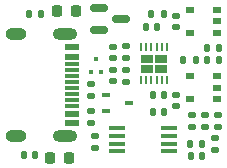
<source format=gbr>
%TF.GenerationSoftware,KiCad,Pcbnew,7.0.8-7.0.8~ubuntu22.04.1*%
%TF.CreationDate,2023-10-30T09:28:09+01:00*%
%TF.ProjectId,usb2serial-autovtg,75736232-7365-4726-9961-6c2d6175746f,rev?*%
%TF.SameCoordinates,Original*%
%TF.FileFunction,Paste,Top*%
%TF.FilePolarity,Positive*%
%FSLAX46Y46*%
G04 Gerber Fmt 4.6, Leading zero omitted, Abs format (unit mm)*
G04 Created by KiCad (PCBNEW 7.0.8-7.0.8~ubuntu22.04.1) date 2023-10-30 09:28:09*
%MOMM*%
%LPD*%
G01*
G04 APERTURE LIST*
G04 Aperture macros list*
%AMRoundRect*
0 Rectangle with rounded corners*
0 $1 Rounding radius*
0 $2 $3 $4 $5 $6 $7 $8 $9 X,Y pos of 4 corners*
0 Add a 4 corners polygon primitive as box body*
4,1,4,$2,$3,$4,$5,$6,$7,$8,$9,$2,$3,0*
0 Add four circle primitives for the rounded corners*
1,1,$1+$1,$2,$3*
1,1,$1+$1,$4,$5*
1,1,$1+$1,$6,$7*
1,1,$1+$1,$8,$9*
0 Add four rect primitives between the rounded corners*
20,1,$1+$1,$2,$3,$4,$5,0*
20,1,$1+$1,$4,$5,$6,$7,0*
20,1,$1+$1,$6,$7,$8,$9,0*
20,1,$1+$1,$8,$9,$2,$3,0*%
G04 Aperture macros list end*
%ADD10RoundRect,0.140000X0.170000X-0.140000X0.170000X0.140000X-0.170000X0.140000X-0.170000X-0.140000X0*%
%ADD11RoundRect,0.140000X-0.170000X0.140000X-0.170000X-0.140000X0.170000X-0.140000X0.170000X0.140000X0*%
%ADD12RoundRect,0.140000X0.140000X0.170000X-0.140000X0.170000X-0.140000X-0.170000X0.140000X-0.170000X0*%
%ADD13RoundRect,0.140000X-0.140000X-0.170000X0.140000X-0.170000X0.140000X0.170000X-0.140000X0.170000X0*%
%ADD14RoundRect,0.218750X-0.218750X-0.256250X0.218750X-0.256250X0.218750X0.256250X-0.218750X0.256250X0*%
%ADD15RoundRect,0.135000X0.185000X-0.135000X0.185000X0.135000X-0.185000X0.135000X-0.185000X-0.135000X0*%
%ADD16RoundRect,0.135000X-0.185000X0.135000X-0.185000X-0.135000X0.185000X-0.135000X0.185000X0.135000X0*%
%ADD17RoundRect,0.135000X0.135000X0.185000X-0.135000X0.185000X-0.135000X-0.185000X0.135000X-0.185000X0*%
%ADD18R,1.000000X0.640000*%
%ADD19R,0.250000X0.700000*%
%ADD20R,0.700000X0.510000*%
%ADD21RoundRect,0.135000X-0.135000X-0.185000X0.135000X-0.185000X0.135000X0.185000X-0.135000X0.185000X0*%
%ADD22RoundRect,0.150000X-0.587500X-0.150000X0.587500X-0.150000X0.587500X0.150000X-0.587500X0.150000X0*%
%ADD23RoundRect,0.218750X0.218750X0.256250X-0.218750X0.256250X-0.218750X-0.256250X0.218750X-0.256250X0*%
%ADD24R,0.400000X0.450000*%
%ADD25R,0.700000X0.450000*%
%ADD26R,1.150000X0.600000*%
%ADD27R,1.150000X0.300000*%
%ADD28O,2.100000X1.000000*%
%ADD29O,1.800000X1.000000*%
%ADD30R,1.450000X0.450000*%
G04 APERTURE END LIST*
D10*
X144800000Y-74700000D03*
X144800000Y-73740000D03*
D11*
X144800000Y-75720000D03*
X144800000Y-76680000D03*
D12*
X148580000Y-72100000D03*
X147620000Y-72100000D03*
D13*
X148220000Y-77800000D03*
X149180000Y-77800000D03*
D14*
X140125000Y-70700000D03*
X141700000Y-70700000D03*
D15*
X145900000Y-76720000D03*
X145900000Y-75700000D03*
D16*
X145900000Y-73680000D03*
X145900000Y-74700000D03*
D17*
X151820000Y-74900000D03*
X150800000Y-74900000D03*
D18*
X147705000Y-75615000D03*
X148895000Y-75615000D03*
X147705000Y-74785000D03*
X148895000Y-74785000D03*
D19*
X147175000Y-76600000D03*
X147625000Y-76600000D03*
X148075000Y-76600000D03*
X148525000Y-76600000D03*
X148975000Y-76600000D03*
X149425000Y-76600000D03*
X149425000Y-73800000D03*
X148975000Y-73800000D03*
X148525000Y-73800000D03*
X148075000Y-73800000D03*
X147625000Y-73800000D03*
X147175000Y-73800000D03*
D20*
X153660000Y-72550000D03*
X153660000Y-71600000D03*
X153660000Y-70650000D03*
X151340000Y-70650000D03*
X151340000Y-72550000D03*
D17*
X153800000Y-73850000D03*
X152780000Y-73850000D03*
X149110000Y-71000000D03*
X148090000Y-71000000D03*
D16*
X143000000Y-79190000D03*
X143000000Y-80210000D03*
D21*
X151390000Y-82000000D03*
X152410000Y-82000000D03*
D15*
X151500000Y-80510000D03*
X151500000Y-79490000D03*
D16*
X153500000Y-81490000D03*
X153500000Y-82510000D03*
D17*
X153800000Y-74900000D03*
X152780000Y-74900000D03*
D22*
X143625000Y-70450000D03*
X143625000Y-72350000D03*
X145500000Y-71400000D03*
D21*
X137690000Y-71000000D03*
X138710000Y-71000000D03*
D13*
X151440000Y-83000000D03*
X152400000Y-83000000D03*
D12*
X149160000Y-79300000D03*
X148200000Y-79300000D03*
D23*
X141087500Y-83200000D03*
X139512500Y-83200000D03*
D16*
X153700000Y-79490000D03*
X153700000Y-80510000D03*
D20*
X153660000Y-78150000D03*
X153660000Y-77200000D03*
X153660000Y-76250000D03*
X151340000Y-76250000D03*
X151340000Y-78150000D03*
D15*
X152600000Y-80510000D03*
X152600000Y-79490000D03*
D10*
X150200000Y-72080000D03*
X150200000Y-71120000D03*
D24*
X143000000Y-75850000D03*
X143800000Y-75850000D03*
X143400000Y-74800000D03*
D16*
X143000000Y-76880000D03*
X143000000Y-77900000D03*
D15*
X143300000Y-82300000D03*
X143300000Y-81280000D03*
D10*
X150200000Y-78800000D03*
X150200000Y-77840000D03*
D25*
X144200000Y-77850000D03*
X144200000Y-79150000D03*
X146200000Y-78500000D03*
D26*
X141380000Y-73800000D03*
X141380000Y-74600000D03*
D27*
X141380000Y-75750000D03*
X141380000Y-76750000D03*
X141380000Y-77250000D03*
X141380000Y-78250000D03*
D26*
X141380000Y-79400000D03*
X141380000Y-80200000D03*
X141380000Y-80200000D03*
X141380000Y-79400000D03*
D27*
X141380000Y-78750000D03*
X141380000Y-77750000D03*
X141380000Y-76250000D03*
X141380000Y-75250000D03*
D26*
X141380000Y-74600000D03*
X141380000Y-73800000D03*
D28*
X140805000Y-72680000D03*
D29*
X136625000Y-72680000D03*
D28*
X140805000Y-81320000D03*
D29*
X136625000Y-81320000D03*
D30*
X145200000Y-80650000D03*
X145200000Y-81300000D03*
X145200000Y-81950000D03*
X145200000Y-82600000D03*
X149600000Y-82600000D03*
X149600000Y-81950000D03*
X149600000Y-81300000D03*
X149600000Y-80650000D03*
D12*
X138260000Y-82900000D03*
X137300000Y-82900000D03*
M02*

</source>
